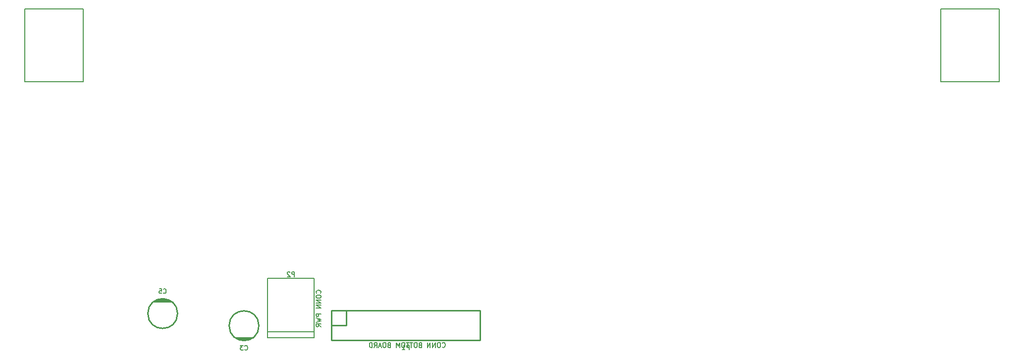
<source format=gbo>
G04 #@! TF.FileFunction,Legend,Bot*
%FSLAX46Y46*%
G04 Gerber Fmt 4.6, Leading zero omitted, Abs format (unit mm)*
G04 Created by KiCad (PCBNEW (2014-jul-16 BZR unknown)-product) date Qui 04 Dez 2014 17:46:42 BRST*
%MOMM*%
G01*
G04 APERTURE LIST*
%ADD10C,0.152400*%
%ADD11C,0.254000*%
%ADD12C,0.150000*%
%ADD13C,0.127000*%
G04 APERTURE END LIST*
D10*
X51865286Y-50112429D02*
X51903990Y-50073724D01*
X51942695Y-49957610D01*
X51942695Y-49880200D01*
X51903990Y-49764086D01*
X51826581Y-49686677D01*
X51749171Y-49647972D01*
X51594352Y-49609267D01*
X51478238Y-49609267D01*
X51323419Y-49647972D01*
X51246010Y-49686677D01*
X51168600Y-49764086D01*
X51129895Y-49880200D01*
X51129895Y-49957610D01*
X51168600Y-50073724D01*
X51207305Y-50112429D01*
X51129895Y-50615591D02*
X51129895Y-50770410D01*
X51168600Y-50847819D01*
X51246010Y-50925229D01*
X51400829Y-50963934D01*
X51671762Y-50963934D01*
X51826581Y-50925229D01*
X51903990Y-50847819D01*
X51942695Y-50770410D01*
X51942695Y-50615591D01*
X51903990Y-50538181D01*
X51826581Y-50460772D01*
X51671762Y-50422067D01*
X51400829Y-50422067D01*
X51246010Y-50460772D01*
X51168600Y-50538181D01*
X51129895Y-50615591D01*
X51942695Y-51312277D02*
X51129895Y-51312277D01*
X51942695Y-51776734D01*
X51129895Y-51776734D01*
X51942695Y-52163782D02*
X51129895Y-52163782D01*
X51942695Y-52628239D01*
X51129895Y-52628239D01*
X51942695Y-53634563D02*
X51129895Y-53634563D01*
X51129895Y-53944201D01*
X51168600Y-54021610D01*
X51207305Y-54060315D01*
X51284714Y-54099020D01*
X51400829Y-54099020D01*
X51478238Y-54060315D01*
X51516943Y-54021610D01*
X51555648Y-53944201D01*
X51555648Y-53634563D01*
X51129895Y-54369953D02*
X51942695Y-54563477D01*
X51362124Y-54718296D01*
X51942695Y-54873115D01*
X51129895Y-55066639D01*
X51942695Y-55840734D02*
X51555648Y-55569801D01*
X51942695Y-55376277D02*
X51129895Y-55376277D01*
X51129895Y-55685915D01*
X51168600Y-55763324D01*
X51207305Y-55802029D01*
X51284714Y-55840734D01*
X51400829Y-55840734D01*
X51478238Y-55802029D01*
X51516943Y-55763324D01*
X51555648Y-55685915D01*
X51555648Y-55376277D01*
X72679886Y-59315286D02*
X72718591Y-59353990D01*
X72834705Y-59392695D01*
X72912115Y-59392695D01*
X73028229Y-59353990D01*
X73105638Y-59276581D01*
X73144343Y-59199171D01*
X73183048Y-59044352D01*
X73183048Y-58928238D01*
X73144343Y-58773419D01*
X73105638Y-58696010D01*
X73028229Y-58618600D01*
X72912115Y-58579895D01*
X72834705Y-58579895D01*
X72718591Y-58618600D01*
X72679886Y-58657305D01*
X72176724Y-58579895D02*
X72021905Y-58579895D01*
X71944496Y-58618600D01*
X71867086Y-58696010D01*
X71828381Y-58850829D01*
X71828381Y-59121762D01*
X71867086Y-59276581D01*
X71944496Y-59353990D01*
X72021905Y-59392695D01*
X72176724Y-59392695D01*
X72254134Y-59353990D01*
X72331543Y-59276581D01*
X72370248Y-59121762D01*
X72370248Y-58850829D01*
X72331543Y-58696010D01*
X72254134Y-58618600D01*
X72176724Y-58579895D01*
X71480038Y-59392695D02*
X71480038Y-58579895D01*
X71015581Y-59392695D01*
X71015581Y-58579895D01*
X70628533Y-59392695D02*
X70628533Y-58579895D01*
X70164076Y-59392695D01*
X70164076Y-58579895D01*
X68886819Y-58966943D02*
X68770705Y-59005648D01*
X68732000Y-59044352D01*
X68693295Y-59121762D01*
X68693295Y-59237876D01*
X68732000Y-59315286D01*
X68770705Y-59353990D01*
X68848114Y-59392695D01*
X69157752Y-59392695D01*
X69157752Y-58579895D01*
X68886819Y-58579895D01*
X68809409Y-58618600D01*
X68770705Y-58657305D01*
X68732000Y-58734714D01*
X68732000Y-58812124D01*
X68770705Y-58889533D01*
X68809409Y-58928238D01*
X68886819Y-58966943D01*
X69157752Y-58966943D01*
X68190133Y-58579895D02*
X68035314Y-58579895D01*
X67957905Y-58618600D01*
X67880495Y-58696010D01*
X67841790Y-58850829D01*
X67841790Y-59121762D01*
X67880495Y-59276581D01*
X67957905Y-59353990D01*
X68035314Y-59392695D01*
X68190133Y-59392695D01*
X68267543Y-59353990D01*
X68344952Y-59276581D01*
X68383657Y-59121762D01*
X68383657Y-58850829D01*
X68344952Y-58696010D01*
X68267543Y-58618600D01*
X68190133Y-58579895D01*
X67609561Y-58579895D02*
X67145104Y-58579895D01*
X67377333Y-59392695D02*
X67377333Y-58579895D01*
X66990285Y-58579895D02*
X66525828Y-58579895D01*
X66758057Y-59392695D02*
X66758057Y-58579895D01*
X66100076Y-58579895D02*
X65945257Y-58579895D01*
X65867848Y-58618600D01*
X65790438Y-58696010D01*
X65751733Y-58850829D01*
X65751733Y-59121762D01*
X65790438Y-59276581D01*
X65867848Y-59353990D01*
X65945257Y-59392695D01*
X66100076Y-59392695D01*
X66177486Y-59353990D01*
X66254895Y-59276581D01*
X66293600Y-59121762D01*
X66293600Y-58850829D01*
X66254895Y-58696010D01*
X66177486Y-58618600D01*
X66100076Y-58579895D01*
X65403390Y-59392695D02*
X65403390Y-58579895D01*
X65132457Y-59160467D01*
X64861524Y-58579895D01*
X64861524Y-59392695D01*
X63584267Y-58966943D02*
X63468153Y-59005648D01*
X63429448Y-59044352D01*
X63390743Y-59121762D01*
X63390743Y-59237876D01*
X63429448Y-59315286D01*
X63468153Y-59353990D01*
X63545562Y-59392695D01*
X63855200Y-59392695D01*
X63855200Y-58579895D01*
X63584267Y-58579895D01*
X63506857Y-58618600D01*
X63468153Y-58657305D01*
X63429448Y-58734714D01*
X63429448Y-58812124D01*
X63468153Y-58889533D01*
X63506857Y-58928238D01*
X63584267Y-58966943D01*
X63855200Y-58966943D01*
X62887581Y-58579895D02*
X62732762Y-58579895D01*
X62655353Y-58618600D01*
X62577943Y-58696010D01*
X62539238Y-58850829D01*
X62539238Y-59121762D01*
X62577943Y-59276581D01*
X62655353Y-59353990D01*
X62732762Y-59392695D01*
X62887581Y-59392695D01*
X62964991Y-59353990D01*
X63042400Y-59276581D01*
X63081105Y-59121762D01*
X63081105Y-58850829D01*
X63042400Y-58696010D01*
X62964991Y-58618600D01*
X62887581Y-58579895D01*
X62229600Y-59160467D02*
X61842552Y-59160467D01*
X62307009Y-59392695D02*
X62036076Y-58579895D01*
X61765143Y-59392695D01*
X61029752Y-59392695D02*
X61300685Y-59005648D01*
X61494209Y-59392695D02*
X61494209Y-58579895D01*
X61184571Y-58579895D01*
X61107162Y-58618600D01*
X61068457Y-58657305D01*
X61029752Y-58734714D01*
X61029752Y-58850829D01*
X61068457Y-58928238D01*
X61107162Y-58966943D01*
X61184571Y-59005648D01*
X61494209Y-59005648D01*
X60681409Y-59392695D02*
X60681409Y-58579895D01*
X60487885Y-58579895D01*
X60371771Y-58618600D01*
X60294362Y-58696010D01*
X60255657Y-58773419D01*
X60216952Y-58928238D01*
X60216952Y-59044352D01*
X60255657Y-59199171D01*
X60294362Y-59276581D01*
X60371771Y-59353990D01*
X60487885Y-59392695D01*
X60681409Y-59392695D01*
D11*
X39816000Y-57966000D02*
X37784000Y-57966000D01*
X37784000Y-57966000D02*
X37784000Y-57839000D01*
X37784000Y-57839000D02*
X39816000Y-57839000D01*
X37276000Y-57712000D02*
X40324000Y-57712000D01*
X41340000Y-55680000D02*
G75*
G03X41340000Y-55680000I-2540000J0D01*
G01*
X23884000Y-51314000D02*
X25916000Y-51314000D01*
X25916000Y-51314000D02*
X25916000Y-51441000D01*
X25916000Y-51441000D02*
X23884000Y-51441000D01*
X26424000Y-51568000D02*
X23376000Y-51568000D01*
X27440000Y-53600000D02*
G75*
G03X27440000Y-53600000I-2540000J0D01*
G01*
D12*
X157860000Y-1500000D02*
X157860000Y-14000000D01*
X157860000Y-14000000D02*
X167860000Y-14000000D01*
X167860000Y-14000000D02*
X167860000Y-1500000D01*
X167860000Y-1500000D02*
X157860000Y-1500000D01*
X1340000Y-1500000D02*
X1340000Y-14000000D01*
X1340000Y-14000000D02*
X11340000Y-14000000D01*
X11340000Y-14000000D02*
X11340000Y-1500000D01*
X11340000Y-1500000D02*
X1340000Y-1500000D01*
D11*
X79175000Y-58140000D02*
X53775000Y-58140000D01*
X56315000Y-53060000D02*
X79175000Y-53060000D01*
X79175000Y-58140000D02*
X79175000Y-53060000D01*
X53775000Y-58140000D02*
X53775000Y-55600000D01*
X53775000Y-53060000D02*
X56315000Y-53060000D01*
X53775000Y-55600000D02*
X56315000Y-55600000D01*
X56315000Y-55600000D02*
X56315000Y-53060000D01*
X53775000Y-53060000D02*
X53775000Y-55600000D01*
D13*
X50782400Y-47570000D02*
X42857600Y-47570000D01*
X50782400Y-57730000D02*
X42857600Y-57730000D01*
X50782400Y-56714000D02*
X42857600Y-56714000D01*
X42857600Y-47570000D02*
X42857600Y-57730000D01*
X50782400Y-47570000D02*
X50782400Y-57730000D01*
D10*
X38927000Y-59762143D02*
X38963286Y-59798429D01*
X39072143Y-59834714D01*
X39144714Y-59834714D01*
X39253571Y-59798429D01*
X39326143Y-59725857D01*
X39362428Y-59653286D01*
X39398714Y-59508143D01*
X39398714Y-59399286D01*
X39362428Y-59254143D01*
X39326143Y-59181571D01*
X39253571Y-59109000D01*
X39144714Y-59072714D01*
X39072143Y-59072714D01*
X38963286Y-59109000D01*
X38927000Y-59145286D01*
X38673000Y-59072714D02*
X38201286Y-59072714D01*
X38455286Y-59363000D01*
X38346428Y-59363000D01*
X38273857Y-59399286D01*
X38237571Y-59435571D01*
X38201286Y-59508143D01*
X38201286Y-59689571D01*
X38237571Y-59762143D01*
X38273857Y-59798429D01*
X38346428Y-59834714D01*
X38564143Y-59834714D01*
X38636714Y-59798429D01*
X38673000Y-59762143D01*
X25027000Y-50062143D02*
X25063286Y-50098429D01*
X25172143Y-50134714D01*
X25244714Y-50134714D01*
X25353571Y-50098429D01*
X25426143Y-50025857D01*
X25462428Y-49953286D01*
X25498714Y-49808143D01*
X25498714Y-49699286D01*
X25462428Y-49554143D01*
X25426143Y-49481571D01*
X25353571Y-49409000D01*
X25244714Y-49372714D01*
X25172143Y-49372714D01*
X25063286Y-49409000D01*
X25027000Y-49445286D01*
X24337571Y-49372714D02*
X24700428Y-49372714D01*
X24736714Y-49735571D01*
X24700428Y-49699286D01*
X24627857Y-49663000D01*
X24446428Y-49663000D01*
X24373857Y-49699286D01*
X24337571Y-49735571D01*
X24301286Y-49808143D01*
X24301286Y-49989571D01*
X24337571Y-50062143D01*
X24373857Y-50098429D01*
X24446428Y-50134714D01*
X24627857Y-50134714D01*
X24700428Y-50098429D01*
X24736714Y-50062143D01*
X67037428Y-59754714D02*
X67037428Y-58992714D01*
X66747143Y-58992714D01*
X66674571Y-59029000D01*
X66638286Y-59065286D01*
X66602000Y-59137857D01*
X66602000Y-59246714D01*
X66638286Y-59319286D01*
X66674571Y-59355571D01*
X66747143Y-59391857D01*
X67037428Y-59391857D01*
X65876286Y-59754714D02*
X66311714Y-59754714D01*
X66094000Y-59754714D02*
X66094000Y-58992714D01*
X66166571Y-59101571D01*
X66239143Y-59174143D01*
X66311714Y-59210429D01*
X47419923Y-47277295D02*
X47419923Y-46464495D01*
X47110285Y-46464495D01*
X47032876Y-46503200D01*
X46994171Y-46541905D01*
X46955466Y-46619314D01*
X46955466Y-46735429D01*
X46994171Y-46812838D01*
X47032876Y-46851543D01*
X47110285Y-46890248D01*
X47419923Y-46890248D01*
X46645828Y-46541905D02*
X46607123Y-46503200D01*
X46529714Y-46464495D01*
X46336190Y-46464495D01*
X46258780Y-46503200D01*
X46220076Y-46541905D01*
X46181371Y-46619314D01*
X46181371Y-46696724D01*
X46220076Y-46812838D01*
X46684533Y-47277295D01*
X46181371Y-47277295D01*
M02*

</source>
